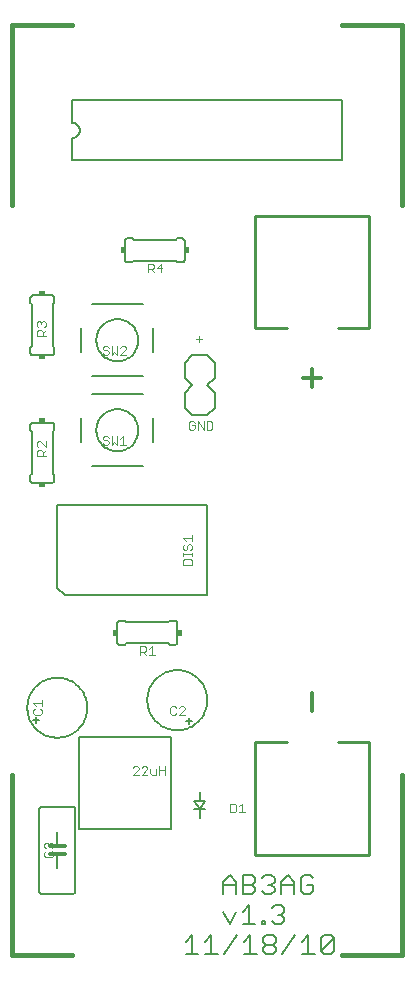
<source format=gto>
G75*
G70*
%OFA0B0*%
%FSLAX24Y24*%
%IPPOS*%
%LPD*%
%AMOC8*
5,1,8,0,0,1.08239X$1,22.5*
%
%ADD10C,0.0160*%
%ADD11C,0.0060*%
%ADD12C,0.0030*%
%ADD13R,0.0200X0.0150*%
%ADD14C,0.0080*%
%ADD15C,0.0100*%
%ADD16C,0.0120*%
%ADD17C,0.0050*%
%ADD18R,0.0150X0.0200*%
D10*
X000181Y000343D02*
X000181Y006343D01*
X000181Y000343D02*
X002181Y000343D01*
X011181Y000343D02*
X013181Y000343D01*
X013181Y006343D01*
X013181Y025343D02*
X013181Y031343D01*
X011181Y031343D01*
X002181Y031343D02*
X000181Y031343D01*
X000181Y025343D01*
D11*
X000881Y022343D02*
X001481Y022343D01*
X001498Y022341D01*
X001515Y022337D01*
X001531Y022330D01*
X001545Y022320D01*
X001558Y022307D01*
X001568Y022293D01*
X001575Y022277D01*
X001579Y022260D01*
X001581Y022243D01*
X001581Y022093D01*
X001531Y022043D01*
X001531Y020643D01*
X001581Y020593D01*
X001581Y020443D01*
X001579Y020426D01*
X001575Y020409D01*
X001568Y020393D01*
X001558Y020379D01*
X001545Y020366D01*
X001531Y020356D01*
X001515Y020349D01*
X001498Y020345D01*
X001481Y020343D01*
X000881Y020343D01*
X000864Y020345D01*
X000847Y020349D01*
X000831Y020356D01*
X000817Y020366D01*
X000804Y020379D01*
X000794Y020393D01*
X000787Y020409D01*
X000783Y020426D01*
X000781Y020443D01*
X000781Y020593D01*
X000831Y020643D01*
X000831Y022043D01*
X000781Y022093D01*
X000781Y022243D01*
X000783Y022260D01*
X000787Y022277D01*
X000794Y022293D01*
X000804Y022307D01*
X000817Y022320D01*
X000831Y022330D01*
X000847Y022337D01*
X000864Y022341D01*
X000881Y022343D01*
X000881Y018093D02*
X001481Y018093D01*
X001498Y018091D01*
X001515Y018087D01*
X001531Y018080D01*
X001545Y018070D01*
X001558Y018057D01*
X001568Y018043D01*
X001575Y018027D01*
X001579Y018010D01*
X001581Y017993D01*
X001581Y017843D01*
X001531Y017793D01*
X001531Y016393D01*
X001581Y016343D01*
X001581Y016193D01*
X001579Y016176D01*
X001575Y016159D01*
X001568Y016143D01*
X001558Y016129D01*
X001545Y016116D01*
X001531Y016106D01*
X001515Y016099D01*
X001498Y016095D01*
X001481Y016093D01*
X000881Y016093D01*
X000864Y016095D01*
X000847Y016099D01*
X000831Y016106D01*
X000817Y016116D01*
X000804Y016129D01*
X000794Y016143D01*
X000787Y016159D01*
X000783Y016176D01*
X000781Y016193D01*
X000781Y016343D01*
X000831Y016393D01*
X000831Y017793D01*
X000781Y017843D01*
X000781Y017993D01*
X000783Y018010D01*
X000787Y018027D01*
X000794Y018043D01*
X000804Y018057D01*
X000817Y018070D01*
X000831Y018080D01*
X000847Y018087D01*
X000864Y018091D01*
X000881Y018093D01*
X001681Y015343D02*
X001681Y012593D01*
X001931Y012343D01*
X006681Y012343D01*
X006681Y015343D01*
X001681Y015343D01*
X003681Y011393D02*
X003681Y010793D01*
X003683Y010776D01*
X003687Y010759D01*
X003694Y010743D01*
X003704Y010729D01*
X003717Y010716D01*
X003731Y010706D01*
X003747Y010699D01*
X003764Y010695D01*
X003781Y010693D01*
X003931Y010693D01*
X003981Y010743D01*
X005381Y010743D01*
X005431Y010693D01*
X005581Y010693D01*
X005598Y010695D01*
X005615Y010699D01*
X005631Y010706D01*
X005645Y010716D01*
X005658Y010729D01*
X005668Y010743D01*
X005675Y010759D01*
X005679Y010776D01*
X005681Y010793D01*
X005681Y011393D01*
X005679Y011410D01*
X005675Y011427D01*
X005668Y011443D01*
X005658Y011457D01*
X005645Y011470D01*
X005631Y011480D01*
X005615Y011487D01*
X005598Y011491D01*
X005581Y011493D01*
X005431Y011493D01*
X005381Y011443D01*
X003981Y011443D01*
X003931Y011493D01*
X003781Y011493D01*
X003764Y011491D01*
X003747Y011487D01*
X003731Y011480D01*
X003717Y011470D01*
X003704Y011457D01*
X003694Y011443D01*
X003687Y011427D01*
X003683Y011410D01*
X003681Y011393D01*
X004681Y008843D02*
X004683Y008906D01*
X004689Y008968D01*
X004699Y009030D01*
X004712Y009092D01*
X004730Y009152D01*
X004751Y009211D01*
X004776Y009269D01*
X004805Y009325D01*
X004837Y009379D01*
X004872Y009431D01*
X004910Y009480D01*
X004952Y009528D01*
X004996Y009572D01*
X005044Y009614D01*
X005093Y009652D01*
X005145Y009687D01*
X005199Y009719D01*
X005255Y009748D01*
X005313Y009773D01*
X005372Y009794D01*
X005432Y009812D01*
X005494Y009825D01*
X005556Y009835D01*
X005618Y009841D01*
X005681Y009843D01*
X005744Y009841D01*
X005806Y009835D01*
X005868Y009825D01*
X005930Y009812D01*
X005990Y009794D01*
X006049Y009773D01*
X006107Y009748D01*
X006163Y009719D01*
X006217Y009687D01*
X006269Y009652D01*
X006318Y009614D01*
X006366Y009572D01*
X006410Y009528D01*
X006452Y009480D01*
X006490Y009431D01*
X006525Y009379D01*
X006557Y009325D01*
X006586Y009269D01*
X006611Y009211D01*
X006632Y009152D01*
X006650Y009092D01*
X006663Y009030D01*
X006673Y008968D01*
X006679Y008906D01*
X006681Y008843D01*
X006679Y008780D01*
X006673Y008718D01*
X006663Y008656D01*
X006650Y008594D01*
X006632Y008534D01*
X006611Y008475D01*
X006586Y008417D01*
X006557Y008361D01*
X006525Y008307D01*
X006490Y008255D01*
X006452Y008206D01*
X006410Y008158D01*
X006366Y008114D01*
X006318Y008072D01*
X006269Y008034D01*
X006217Y007999D01*
X006163Y007967D01*
X006107Y007938D01*
X006049Y007913D01*
X005990Y007892D01*
X005930Y007874D01*
X005868Y007861D01*
X005806Y007851D01*
X005744Y007845D01*
X005681Y007843D01*
X005618Y007845D01*
X005556Y007851D01*
X005494Y007861D01*
X005432Y007874D01*
X005372Y007892D01*
X005313Y007913D01*
X005255Y007938D01*
X005199Y007967D01*
X005145Y007999D01*
X005093Y008034D01*
X005044Y008072D01*
X004996Y008114D01*
X004952Y008158D01*
X004910Y008206D01*
X004872Y008255D01*
X004837Y008307D01*
X004805Y008361D01*
X004776Y008417D01*
X004751Y008475D01*
X004730Y008534D01*
X004712Y008594D01*
X004699Y008656D01*
X004689Y008718D01*
X004683Y008780D01*
X004681Y008843D01*
X005981Y008143D02*
X006181Y008143D01*
X006081Y008243D02*
X006081Y008043D01*
X007425Y003013D02*
X007638Y002800D01*
X007638Y002373D01*
X007638Y002693D02*
X007211Y002693D01*
X007211Y002800D02*
X007425Y003013D01*
X007211Y002800D02*
X007211Y002373D01*
X007211Y001800D02*
X007425Y001373D01*
X007638Y001800D01*
X007856Y001800D02*
X008069Y002013D01*
X008069Y001373D01*
X007856Y001373D02*
X008283Y001373D01*
X008109Y001013D02*
X008109Y000373D01*
X008322Y000373D02*
X007895Y000373D01*
X007895Y000800D02*
X008109Y001013D01*
X007677Y001013D02*
X007250Y000373D01*
X007033Y000373D02*
X006606Y000373D01*
X006819Y000373D02*
X006819Y001013D01*
X006606Y000800D01*
X006388Y000373D02*
X005961Y000373D01*
X005961Y000800D02*
X006175Y001013D01*
X006175Y000373D01*
X007856Y002373D02*
X008176Y002373D01*
X008283Y002479D01*
X008283Y002586D01*
X008176Y002693D01*
X007856Y002693D01*
X007856Y002373D02*
X007856Y003013D01*
X008176Y003013D01*
X008283Y002906D01*
X008283Y002800D01*
X008176Y002693D01*
X008500Y002906D02*
X008607Y003013D01*
X008821Y003013D01*
X008927Y002906D01*
X008927Y002800D01*
X008821Y002693D01*
X008927Y002586D01*
X008927Y002479D01*
X008821Y002373D01*
X008607Y002373D01*
X008500Y002479D01*
X008714Y002693D02*
X008821Y002693D01*
X008929Y002013D02*
X008823Y001906D01*
X008929Y002013D02*
X009143Y002013D01*
X009250Y001906D01*
X009250Y001800D01*
X009143Y001693D01*
X009250Y001586D01*
X009250Y001479D01*
X009143Y001373D01*
X008929Y001373D01*
X008823Y001479D01*
X008607Y001479D02*
X008607Y001373D01*
X008500Y001373D01*
X008500Y001479D01*
X008607Y001479D01*
X008646Y001013D02*
X008860Y001013D01*
X008967Y000906D01*
X008967Y000800D01*
X008860Y000693D01*
X008646Y000693D01*
X008540Y000800D01*
X008540Y000906D01*
X008646Y001013D01*
X008646Y000693D02*
X008540Y000586D01*
X008540Y000479D01*
X008646Y000373D01*
X008860Y000373D01*
X008967Y000479D01*
X008967Y000586D01*
X008860Y000693D01*
X009184Y000373D02*
X009611Y001013D01*
X009829Y000800D02*
X010042Y001013D01*
X010042Y000373D01*
X009829Y000373D02*
X010256Y000373D01*
X010473Y000479D02*
X010900Y000906D01*
X010900Y000479D01*
X010793Y000373D01*
X010580Y000373D01*
X010473Y000479D01*
X010473Y000906D01*
X010580Y001013D01*
X010793Y001013D01*
X010900Y000906D01*
X010110Y002373D02*
X010217Y002479D01*
X010217Y002693D01*
X010003Y002693D01*
X009790Y002906D02*
X009790Y002479D01*
X009896Y002373D01*
X010110Y002373D01*
X010217Y002906D02*
X010110Y003013D01*
X009896Y003013D01*
X009790Y002906D01*
X009572Y002800D02*
X009572Y002373D01*
X009572Y002693D02*
X009145Y002693D01*
X009145Y002800D02*
X009359Y003013D01*
X009572Y002800D01*
X009145Y002800D02*
X009145Y002373D01*
X009143Y001693D02*
X009036Y001693D01*
X002281Y002493D02*
X002281Y005193D01*
X002279Y005210D01*
X002275Y005227D01*
X002268Y005243D01*
X002258Y005257D01*
X002245Y005270D01*
X002231Y005280D01*
X002215Y005287D01*
X002198Y005291D01*
X002181Y005293D01*
X001181Y005293D01*
X001164Y005291D01*
X001147Y005287D01*
X001131Y005280D01*
X001117Y005270D01*
X001104Y005257D01*
X001094Y005243D01*
X001087Y005227D01*
X001083Y005210D01*
X001081Y005193D01*
X001081Y002493D01*
X001083Y002476D01*
X001087Y002459D01*
X001094Y002443D01*
X001104Y002429D01*
X001117Y002416D01*
X001131Y002406D01*
X001147Y002399D01*
X001164Y002395D01*
X001181Y002393D01*
X002181Y002393D01*
X002198Y002395D01*
X002215Y002399D01*
X002231Y002406D01*
X002245Y002416D01*
X002258Y002429D01*
X002268Y002443D01*
X002275Y002459D01*
X002279Y002476D01*
X002281Y002493D01*
X001681Y003243D02*
X001681Y003723D01*
X001681Y003973D02*
X001681Y004443D01*
X000981Y008093D02*
X000981Y008293D01*
X001081Y008193D02*
X000881Y008193D01*
X000681Y008593D02*
X000683Y008656D01*
X000689Y008718D01*
X000699Y008780D01*
X000712Y008842D01*
X000730Y008902D01*
X000751Y008961D01*
X000776Y009019D01*
X000805Y009075D01*
X000837Y009129D01*
X000872Y009181D01*
X000910Y009230D01*
X000952Y009278D01*
X000996Y009322D01*
X001044Y009364D01*
X001093Y009402D01*
X001145Y009437D01*
X001199Y009469D01*
X001255Y009498D01*
X001313Y009523D01*
X001372Y009544D01*
X001432Y009562D01*
X001494Y009575D01*
X001556Y009585D01*
X001618Y009591D01*
X001681Y009593D01*
X001744Y009591D01*
X001806Y009585D01*
X001868Y009575D01*
X001930Y009562D01*
X001990Y009544D01*
X002049Y009523D01*
X002107Y009498D01*
X002163Y009469D01*
X002217Y009437D01*
X002269Y009402D01*
X002318Y009364D01*
X002366Y009322D01*
X002410Y009278D01*
X002452Y009230D01*
X002490Y009181D01*
X002525Y009129D01*
X002557Y009075D01*
X002586Y009019D01*
X002611Y008961D01*
X002632Y008902D01*
X002650Y008842D01*
X002663Y008780D01*
X002673Y008718D01*
X002679Y008656D01*
X002681Y008593D01*
X002679Y008530D01*
X002673Y008468D01*
X002663Y008406D01*
X002650Y008344D01*
X002632Y008284D01*
X002611Y008225D01*
X002586Y008167D01*
X002557Y008111D01*
X002525Y008057D01*
X002490Y008005D01*
X002452Y007956D01*
X002410Y007908D01*
X002366Y007864D01*
X002318Y007822D01*
X002269Y007784D01*
X002217Y007749D01*
X002163Y007717D01*
X002107Y007688D01*
X002049Y007663D01*
X001990Y007642D01*
X001930Y007624D01*
X001868Y007611D01*
X001806Y007601D01*
X001744Y007595D01*
X001681Y007593D01*
X001618Y007595D01*
X001556Y007601D01*
X001494Y007611D01*
X001432Y007624D01*
X001372Y007642D01*
X001313Y007663D01*
X001255Y007688D01*
X001199Y007717D01*
X001145Y007749D01*
X001093Y007784D01*
X001044Y007822D01*
X000996Y007864D01*
X000952Y007908D01*
X000910Y007956D01*
X000872Y008005D01*
X000837Y008057D01*
X000805Y008111D01*
X000776Y008167D01*
X000751Y008225D01*
X000730Y008284D01*
X000712Y008344D01*
X000699Y008406D01*
X000689Y008468D01*
X000683Y008530D01*
X000681Y008593D01*
X004031Y023443D02*
X004181Y023443D01*
X004231Y023493D01*
X005631Y023493D01*
X005681Y023443D01*
X005831Y023443D01*
X005848Y023445D01*
X005865Y023449D01*
X005881Y023456D01*
X005895Y023466D01*
X005908Y023479D01*
X005918Y023493D01*
X005925Y023509D01*
X005929Y023526D01*
X005931Y023543D01*
X005931Y024143D01*
X005929Y024160D01*
X005925Y024177D01*
X005918Y024193D01*
X005908Y024207D01*
X005895Y024220D01*
X005881Y024230D01*
X005865Y024237D01*
X005848Y024241D01*
X005831Y024243D01*
X005681Y024243D01*
X005631Y024193D01*
X004231Y024193D01*
X004181Y024243D01*
X004031Y024243D01*
X004014Y024241D01*
X003997Y024237D01*
X003981Y024230D01*
X003967Y024220D01*
X003954Y024207D01*
X003944Y024193D01*
X003937Y024177D01*
X003933Y024160D01*
X003931Y024143D01*
X003931Y023543D01*
X003933Y023526D01*
X003937Y023509D01*
X003944Y023493D01*
X003954Y023479D01*
X003967Y023466D01*
X003981Y023456D01*
X003997Y023449D01*
X004014Y023445D01*
X004031Y023443D01*
X002181Y026843D02*
X011181Y026843D01*
X011181Y028843D01*
X002181Y028843D01*
X002181Y028093D01*
X002211Y028091D01*
X002241Y028086D01*
X002270Y028077D01*
X002297Y028064D01*
X002323Y028049D01*
X002347Y028030D01*
X002368Y028009D01*
X002387Y027985D01*
X002402Y027959D01*
X002415Y027932D01*
X002424Y027903D01*
X002429Y027873D01*
X002431Y027843D01*
X002429Y027813D01*
X002424Y027783D01*
X002415Y027754D01*
X002402Y027727D01*
X002387Y027701D01*
X002368Y027677D01*
X002347Y027656D01*
X002323Y027637D01*
X002297Y027622D01*
X002270Y027609D01*
X002241Y027600D01*
X002211Y027595D01*
X002181Y027593D01*
X002181Y026843D01*
D12*
X001243Y021471D02*
X001195Y021471D01*
X001146Y021422D01*
X001146Y021374D01*
X001146Y021422D02*
X001098Y021471D01*
X001050Y021471D01*
X001001Y021422D01*
X001001Y021326D01*
X001050Y021277D01*
X001050Y021176D02*
X001146Y021176D01*
X001195Y021128D01*
X001195Y020983D01*
X001195Y021079D02*
X001291Y021176D01*
X001243Y021277D02*
X001291Y021326D01*
X001291Y021422D01*
X001243Y021471D01*
X001050Y021176D02*
X001001Y021128D01*
X001001Y020983D01*
X001291Y020983D01*
X001291Y017471D02*
X001291Y017277D01*
X001098Y017471D01*
X001050Y017471D01*
X001001Y017422D01*
X001001Y017326D01*
X001050Y017277D01*
X001050Y017176D02*
X001146Y017176D01*
X001195Y017128D01*
X001195Y016983D01*
X001195Y017079D02*
X001291Y017176D01*
X001291Y016983D02*
X001001Y016983D01*
X001001Y017128D01*
X001050Y017176D01*
X003196Y017406D02*
X003245Y017358D01*
X003342Y017358D01*
X003390Y017406D01*
X003390Y017454D01*
X003342Y017503D01*
X003245Y017503D01*
X003196Y017551D01*
X003196Y017600D01*
X003245Y017648D01*
X003342Y017648D01*
X003390Y017600D01*
X003491Y017648D02*
X003491Y017358D01*
X003588Y017454D01*
X003685Y017358D01*
X003685Y017648D01*
X003786Y017551D02*
X003882Y017648D01*
X003882Y017358D01*
X003786Y017358D02*
X003979Y017358D01*
X003979Y020358D02*
X003786Y020358D01*
X003979Y020551D01*
X003979Y020600D01*
X003931Y020648D01*
X003834Y020648D01*
X003786Y020600D01*
X003685Y020648D02*
X003685Y020358D01*
X003588Y020454D01*
X003491Y020358D01*
X003491Y020648D01*
X003390Y020600D02*
X003342Y020648D01*
X003245Y020648D01*
X003196Y020600D01*
X003196Y020551D01*
X003245Y020503D01*
X003342Y020503D01*
X003390Y020454D01*
X003390Y020406D01*
X003342Y020358D01*
X003245Y020358D01*
X003196Y020406D01*
X004696Y023108D02*
X004696Y023398D01*
X004842Y023398D01*
X004890Y023350D01*
X004890Y023253D01*
X004842Y023204D01*
X004696Y023204D01*
X004793Y023204D02*
X004890Y023108D01*
X004991Y023253D02*
X005185Y023253D01*
X005136Y023108D02*
X005136Y023398D01*
X004991Y023253D01*
X006418Y020975D02*
X006418Y020781D01*
X006321Y020878D02*
X006515Y020878D01*
X006560Y018148D02*
X006560Y017858D01*
X006366Y018148D01*
X006366Y017858D01*
X006265Y017906D02*
X006265Y018003D01*
X006168Y018003D01*
X006071Y018100D02*
X006071Y017906D01*
X006120Y017858D01*
X006217Y017858D01*
X006265Y017906D01*
X006265Y018100D02*
X006217Y018148D01*
X006120Y018148D01*
X006071Y018100D01*
X006661Y018148D02*
X006661Y017858D01*
X006806Y017858D01*
X006854Y017906D01*
X006854Y018100D01*
X006806Y018148D01*
X006661Y018148D01*
X006166Y014337D02*
X006166Y014143D01*
X006166Y014240D02*
X005876Y014240D01*
X005973Y014143D01*
X005925Y014042D02*
X005876Y013994D01*
X005876Y013897D01*
X005925Y013849D01*
X005973Y013849D01*
X006021Y013897D01*
X006021Y013994D01*
X006070Y014042D01*
X006118Y014042D01*
X006166Y013994D01*
X006166Y013897D01*
X006118Y013849D01*
X006166Y013749D02*
X006166Y013652D01*
X006166Y013701D02*
X005876Y013701D01*
X005876Y013749D02*
X005876Y013652D01*
X005925Y013551D02*
X005876Y013503D01*
X005876Y013358D01*
X006166Y013358D01*
X006166Y013503D01*
X006118Y013551D01*
X005925Y013551D01*
X004838Y010648D02*
X004741Y010551D01*
X004640Y010503D02*
X004592Y010454D01*
X004446Y010454D01*
X004446Y010358D02*
X004446Y010648D01*
X004592Y010648D01*
X004640Y010600D01*
X004640Y010503D01*
X004543Y010454D02*
X004640Y010358D01*
X004741Y010358D02*
X004935Y010358D01*
X004838Y010358D02*
X004838Y010648D01*
X005495Y008648D02*
X005446Y008600D01*
X005446Y008406D01*
X005495Y008358D01*
X005592Y008358D01*
X005640Y008406D01*
X005741Y008358D02*
X005935Y008551D01*
X005935Y008600D01*
X005886Y008648D01*
X005789Y008648D01*
X005741Y008600D01*
X005640Y008600D02*
X005592Y008648D01*
X005495Y008648D01*
X005741Y008358D02*
X005935Y008358D01*
X005274Y006648D02*
X005274Y006358D01*
X005274Y006503D02*
X005080Y006503D01*
X004979Y006551D02*
X004979Y006358D01*
X004834Y006358D01*
X004786Y006406D01*
X004786Y006551D01*
X004685Y006551D02*
X004685Y006600D01*
X004636Y006648D01*
X004539Y006648D01*
X004491Y006600D01*
X004390Y006600D02*
X004342Y006648D01*
X004245Y006648D01*
X004196Y006600D01*
X004390Y006600D02*
X004390Y006551D01*
X004196Y006358D01*
X004390Y006358D01*
X004491Y006358D02*
X004685Y006551D01*
X004685Y006358D02*
X004491Y006358D01*
X005080Y006358D02*
X005080Y006648D01*
X007446Y005398D02*
X007446Y005108D01*
X007592Y005108D01*
X007640Y005156D01*
X007640Y005350D01*
X007592Y005398D01*
X007446Y005398D01*
X007741Y005301D02*
X007838Y005398D01*
X007838Y005108D01*
X007741Y005108D02*
X007935Y005108D01*
X001541Y004047D02*
X001541Y003951D01*
X001493Y003902D01*
X001493Y003801D02*
X001541Y003753D01*
X001541Y003656D01*
X001493Y003608D01*
X001300Y003608D01*
X001251Y003656D01*
X001251Y003753D01*
X001300Y003801D01*
X001300Y003902D02*
X001251Y003951D01*
X001251Y004047D01*
X001300Y004096D01*
X001348Y004096D01*
X001396Y004047D01*
X001445Y004096D01*
X001493Y004096D01*
X001541Y004047D01*
X001396Y004047D02*
X001396Y003999D01*
X001118Y008358D02*
X000925Y008358D01*
X000876Y008406D01*
X000876Y008503D01*
X000925Y008551D01*
X000973Y008652D02*
X000876Y008749D01*
X001166Y008749D01*
X001166Y008652D02*
X001166Y008846D01*
X001118Y008551D02*
X001166Y008503D01*
X001166Y008406D01*
X001118Y008358D01*
D13*
X001181Y016018D03*
X001181Y018168D03*
X001181Y020268D03*
X001181Y022418D03*
D14*
X002481Y021247D02*
X002481Y020443D01*
X002831Y019643D02*
X004531Y019643D01*
X004531Y019043D02*
X002831Y019043D01*
X002481Y018247D02*
X002481Y017443D01*
X002831Y016643D02*
X004531Y016643D01*
X004881Y017443D02*
X004881Y018236D01*
X004881Y020443D02*
X004881Y021236D01*
X004531Y022043D02*
X002831Y022043D01*
X002981Y020843D02*
X002983Y020895D01*
X002989Y020947D01*
X002999Y020999D01*
X003012Y021049D01*
X003029Y021099D01*
X003050Y021147D01*
X003075Y021193D01*
X003103Y021237D01*
X003134Y021279D01*
X003168Y021319D01*
X003205Y021356D01*
X003245Y021390D01*
X003287Y021421D01*
X003331Y021449D01*
X003377Y021474D01*
X003425Y021495D01*
X003475Y021512D01*
X003525Y021525D01*
X003577Y021535D01*
X003629Y021541D01*
X003681Y021543D01*
X003733Y021541D01*
X003785Y021535D01*
X003837Y021525D01*
X003887Y021512D01*
X003937Y021495D01*
X003985Y021474D01*
X004031Y021449D01*
X004075Y021421D01*
X004117Y021390D01*
X004157Y021356D01*
X004194Y021319D01*
X004228Y021279D01*
X004259Y021237D01*
X004287Y021193D01*
X004312Y021147D01*
X004333Y021099D01*
X004350Y021049D01*
X004363Y020999D01*
X004373Y020947D01*
X004379Y020895D01*
X004381Y020843D01*
X004379Y020791D01*
X004373Y020739D01*
X004363Y020687D01*
X004350Y020637D01*
X004333Y020587D01*
X004312Y020539D01*
X004287Y020493D01*
X004259Y020449D01*
X004228Y020407D01*
X004194Y020367D01*
X004157Y020330D01*
X004117Y020296D01*
X004075Y020265D01*
X004031Y020237D01*
X003985Y020212D01*
X003937Y020191D01*
X003887Y020174D01*
X003837Y020161D01*
X003785Y020151D01*
X003733Y020145D01*
X003681Y020143D01*
X003629Y020145D01*
X003577Y020151D01*
X003525Y020161D01*
X003475Y020174D01*
X003425Y020191D01*
X003377Y020212D01*
X003331Y020237D01*
X003287Y020265D01*
X003245Y020296D01*
X003205Y020330D01*
X003168Y020367D01*
X003134Y020407D01*
X003103Y020449D01*
X003075Y020493D01*
X003050Y020539D01*
X003029Y020587D01*
X003012Y020637D01*
X002999Y020687D01*
X002989Y020739D01*
X002983Y020791D01*
X002981Y020843D01*
X002981Y017843D02*
X002983Y017895D01*
X002989Y017947D01*
X002999Y017999D01*
X003012Y018049D01*
X003029Y018099D01*
X003050Y018147D01*
X003075Y018193D01*
X003103Y018237D01*
X003134Y018279D01*
X003168Y018319D01*
X003205Y018356D01*
X003245Y018390D01*
X003287Y018421D01*
X003331Y018449D01*
X003377Y018474D01*
X003425Y018495D01*
X003475Y018512D01*
X003525Y018525D01*
X003577Y018535D01*
X003629Y018541D01*
X003681Y018543D01*
X003733Y018541D01*
X003785Y018535D01*
X003837Y018525D01*
X003887Y018512D01*
X003937Y018495D01*
X003985Y018474D01*
X004031Y018449D01*
X004075Y018421D01*
X004117Y018390D01*
X004157Y018356D01*
X004194Y018319D01*
X004228Y018279D01*
X004259Y018237D01*
X004287Y018193D01*
X004312Y018147D01*
X004333Y018099D01*
X004350Y018049D01*
X004363Y017999D01*
X004373Y017947D01*
X004379Y017895D01*
X004381Y017843D01*
X004379Y017791D01*
X004373Y017739D01*
X004363Y017687D01*
X004350Y017637D01*
X004333Y017587D01*
X004312Y017539D01*
X004287Y017493D01*
X004259Y017449D01*
X004228Y017407D01*
X004194Y017367D01*
X004157Y017330D01*
X004117Y017296D01*
X004075Y017265D01*
X004031Y017237D01*
X003985Y017212D01*
X003937Y017191D01*
X003887Y017174D01*
X003837Y017161D01*
X003785Y017151D01*
X003733Y017145D01*
X003681Y017143D01*
X003629Y017145D01*
X003577Y017151D01*
X003525Y017161D01*
X003475Y017174D01*
X003425Y017191D01*
X003377Y017212D01*
X003331Y017237D01*
X003287Y017265D01*
X003245Y017296D01*
X003205Y017330D01*
X003168Y017367D01*
X003134Y017407D01*
X003103Y017449D01*
X003075Y017493D01*
X003050Y017539D01*
X003029Y017587D01*
X003012Y017637D01*
X002999Y017687D01*
X002989Y017739D01*
X002983Y017791D01*
X002981Y017843D01*
X005931Y018593D02*
X006181Y018343D01*
X006681Y018343D01*
X006931Y018593D01*
X006931Y019093D01*
X006681Y019343D01*
X006931Y019593D01*
X006931Y020093D01*
X006681Y020343D01*
X006181Y020343D01*
X005931Y020093D01*
X005931Y019593D01*
X006181Y019343D01*
X005931Y019093D01*
X005931Y018593D01*
X005467Y007628D02*
X002396Y007628D01*
X002396Y004557D01*
X005467Y004557D01*
X005467Y007628D01*
D15*
X008281Y007443D02*
X008281Y003693D01*
X012081Y003693D01*
X012081Y007443D01*
X011031Y007443D01*
X009331Y007443D02*
X008281Y007443D01*
X008281Y021243D02*
X009331Y021243D01*
X008281Y021243D02*
X008281Y024993D01*
X012081Y024993D01*
X012081Y021243D01*
X011031Y021243D01*
D16*
X010475Y019576D02*
X009887Y019576D01*
X010181Y019282D02*
X010181Y019869D01*
X010181Y009069D02*
X010181Y008482D01*
X001931Y003973D02*
X001681Y003973D01*
X001431Y003973D01*
X001431Y003723D02*
X001681Y003723D01*
X001931Y003723D01*
D17*
X006244Y005218D02*
X006431Y005218D01*
X006431Y004905D01*
X006431Y005218D02*
X006619Y005218D01*
X006431Y005218D02*
X006619Y005468D01*
X006431Y005468D01*
X006431Y005780D01*
X006431Y005468D02*
X006244Y005468D01*
X006431Y005218D01*
D18*
X005756Y011093D03*
X003606Y011093D03*
X003856Y023843D03*
X006006Y023843D03*
M02*

</source>
